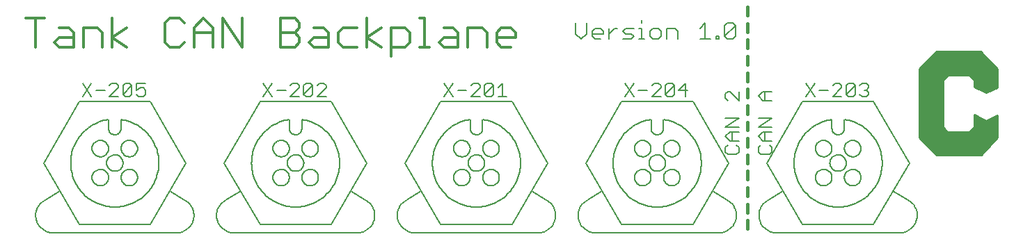
<source format=gto>
G75*
G70*
%OFA0B0*%
%FSLAX24Y24*%
%IPPOS*%
%LPD*%
%AMOC8*
5,1,8,0,0,1.08239X$1,22.5*
%
%ADD10C,0.0060*%
%ADD11C,0.0160*%
%ADD12C,0.0120*%
%ADD13C,0.0070*%
%ADD14C,0.0100*%
%ADD15C,0.0050*%
%ADD16C,0.0079*%
D10*
X029970Y006874D02*
X030397Y007515D01*
X030615Y007194D02*
X031042Y007194D01*
X031259Y007408D02*
X031366Y007515D01*
X031579Y007515D01*
X031686Y007408D01*
X031686Y007301D01*
X031259Y006874D01*
X031686Y006874D01*
X031904Y006981D02*
X032010Y006874D01*
X032224Y006874D01*
X032331Y006981D01*
X032331Y007408D01*
X031904Y006981D01*
X031904Y007408D01*
X032010Y007515D01*
X032224Y007515D01*
X032331Y007408D01*
X032548Y007515D02*
X032548Y007194D01*
X032762Y007301D01*
X032869Y007301D01*
X032975Y007194D01*
X032975Y006981D01*
X032869Y006874D01*
X032655Y006874D01*
X032548Y006981D01*
X032548Y007515D02*
X032975Y007515D01*
X030397Y006874D02*
X029970Y007515D01*
X038632Y007515D02*
X039059Y006874D01*
X038632Y006874D02*
X039059Y007515D01*
X039276Y007194D02*
X039703Y007194D01*
X039921Y007408D02*
X040027Y007515D01*
X040241Y007515D01*
X040348Y007408D01*
X040348Y007301D01*
X039921Y006874D01*
X040348Y006874D01*
X040565Y006981D02*
X040992Y007408D01*
X040992Y006981D01*
X040885Y006874D01*
X040672Y006874D01*
X040565Y006981D01*
X040565Y007408D01*
X040672Y007515D01*
X040885Y007515D01*
X040992Y007408D01*
X041210Y007408D02*
X041316Y007515D01*
X041530Y007515D01*
X041637Y007408D01*
X041637Y007301D01*
X041210Y006874D01*
X041637Y006874D01*
X047293Y006874D02*
X047720Y007515D01*
X047938Y007194D02*
X048365Y007194D01*
X048582Y007408D02*
X048689Y007515D01*
X048902Y007515D01*
X049009Y007408D01*
X049009Y007301D01*
X048582Y006874D01*
X049009Y006874D01*
X049227Y006981D02*
X049333Y006874D01*
X049547Y006874D01*
X049654Y006981D01*
X049654Y007408D01*
X049227Y006981D01*
X049227Y007408D01*
X049333Y007515D01*
X049547Y007515D01*
X049654Y007408D01*
X049871Y007301D02*
X050085Y007515D01*
X050085Y006874D01*
X050298Y006874D02*
X049871Y006874D01*
X047720Y006874D02*
X047293Y007515D01*
X055954Y007515D02*
X056381Y006874D01*
X055954Y006874D02*
X056381Y007515D01*
X056599Y007194D02*
X057026Y007194D01*
X057243Y007408D02*
X057350Y007515D01*
X057564Y007515D01*
X057670Y007408D01*
X057670Y007301D01*
X057243Y006874D01*
X057670Y006874D01*
X057888Y006981D02*
X058315Y007408D01*
X058315Y006981D01*
X058208Y006874D01*
X057995Y006874D01*
X057888Y006981D01*
X057888Y007408D01*
X057995Y007515D01*
X058208Y007515D01*
X058315Y007408D01*
X058533Y007194D02*
X058853Y007515D01*
X058853Y006874D01*
X058960Y007194D02*
X058533Y007194D01*
X060766Y007017D02*
X060766Y006803D01*
X060872Y006696D01*
X060766Y007017D02*
X060872Y007123D01*
X060979Y007123D01*
X061406Y006696D01*
X061406Y007123D01*
X062341Y006910D02*
X062554Y007123D01*
X062981Y007123D01*
X062661Y007123D02*
X062661Y006696D01*
X062554Y006696D02*
X062341Y006910D01*
X062554Y006696D02*
X062981Y006696D01*
X064616Y006874D02*
X065043Y007515D01*
X065260Y007194D02*
X065687Y007194D01*
X065905Y007408D02*
X066012Y007515D01*
X066225Y007515D01*
X066332Y007408D01*
X066332Y007301D01*
X065905Y006874D01*
X066332Y006874D01*
X066549Y006981D02*
X066656Y006874D01*
X066870Y006874D01*
X066976Y006981D01*
X066976Y007408D01*
X066549Y006981D01*
X066549Y007408D01*
X066656Y007515D01*
X066870Y007515D01*
X066976Y007408D01*
X067194Y007408D02*
X067301Y007515D01*
X067514Y007515D01*
X067621Y007408D01*
X067621Y007301D01*
X067514Y007194D01*
X067621Y007088D01*
X067621Y006981D01*
X067514Y006874D01*
X067301Y006874D01*
X067194Y006981D01*
X067407Y007194D02*
X067514Y007194D01*
X065043Y006874D02*
X064616Y007515D01*
X062981Y005834D02*
X062341Y005834D01*
X062341Y005407D02*
X062981Y005834D01*
X062981Y005407D02*
X062341Y005407D01*
X062554Y005190D02*
X062981Y005190D01*
X062661Y005190D02*
X062661Y004763D01*
X062554Y004763D02*
X062341Y004976D01*
X062554Y005190D01*
X062554Y004763D02*
X062981Y004763D01*
X062874Y004545D02*
X062981Y004438D01*
X062981Y004225D01*
X062874Y004118D01*
X062447Y004118D01*
X062341Y004225D01*
X062341Y004438D01*
X062447Y004545D01*
X061406Y004438D02*
X061406Y004225D01*
X061299Y004118D01*
X060872Y004118D01*
X060766Y004225D01*
X060766Y004438D01*
X060872Y004545D01*
X060979Y004763D02*
X060766Y004976D01*
X060979Y005190D01*
X061406Y005190D01*
X061406Y005407D02*
X060766Y005407D01*
X061406Y005834D01*
X060766Y005834D01*
X061086Y005190D02*
X061086Y004763D01*
X060979Y004763D02*
X061406Y004763D01*
X061299Y004545D02*
X061406Y004438D01*
D11*
X061830Y004482D02*
X061830Y004876D01*
X061830Y005269D02*
X061830Y005663D01*
X061830Y006057D02*
X061830Y006450D01*
X061830Y006844D02*
X061830Y007238D01*
X061830Y007631D02*
X061830Y008025D01*
X061830Y008419D02*
X061830Y008813D01*
X061830Y009206D02*
X061830Y009600D01*
X061830Y009994D02*
X061830Y010387D01*
X061830Y010781D02*
X061830Y011175D01*
X061830Y004088D02*
X061830Y003694D01*
X061830Y003301D02*
X061830Y002907D01*
X061830Y002513D02*
X061830Y002120D01*
X061830Y001726D02*
X061830Y001332D01*
X061830Y000939D02*
X061830Y000545D01*
D12*
X027705Y009266D02*
X027705Y010647D01*
X028165Y010647D02*
X027244Y010647D01*
X028856Y010187D02*
X029316Y010187D01*
X029546Y009957D01*
X029546Y009266D01*
X028856Y009266D01*
X028625Y009496D01*
X028856Y009727D01*
X029546Y009727D01*
X030007Y010187D02*
X030697Y010187D01*
X030927Y009957D01*
X030927Y009266D01*
X031388Y009266D02*
X031388Y010647D01*
X032078Y010187D02*
X031388Y009727D01*
X032078Y009266D01*
X030007Y009266D02*
X030007Y010187D01*
X033920Y010417D02*
X033920Y009496D01*
X034150Y009266D01*
X034610Y009266D01*
X034841Y009496D01*
X035301Y009266D02*
X035301Y010187D01*
X035761Y010647D01*
X036222Y010187D01*
X036222Y009266D01*
X036682Y009266D02*
X036682Y010647D01*
X037603Y009266D01*
X037603Y010647D01*
X036222Y009957D02*
X035301Y009957D01*
X034841Y010417D02*
X034610Y010647D01*
X034150Y010647D01*
X033920Y010417D01*
X039444Y010647D02*
X039444Y009266D01*
X040135Y009266D01*
X040365Y009496D01*
X040365Y009727D01*
X040135Y009957D01*
X039444Y009957D01*
X040135Y009957D02*
X040365Y010187D01*
X040365Y010417D01*
X040135Y010647D01*
X039444Y010647D01*
X041056Y010187D02*
X041516Y010187D01*
X041746Y009957D01*
X041746Y009266D01*
X041056Y009266D01*
X040825Y009496D01*
X041056Y009727D01*
X041746Y009727D01*
X042207Y009957D02*
X042207Y009496D01*
X042437Y009266D01*
X043127Y009266D01*
X043588Y009266D02*
X043588Y010647D01*
X043127Y010187D02*
X042437Y010187D01*
X042207Y009957D01*
X043588Y009727D02*
X044278Y010187D01*
X044739Y010187D02*
X045429Y010187D01*
X045659Y009957D01*
X045659Y009496D01*
X045429Y009266D01*
X044739Y009266D01*
X044278Y009266D02*
X043588Y009727D01*
X044739Y010187D02*
X044739Y008806D01*
X046120Y009266D02*
X046580Y009266D01*
X046350Y009266D02*
X046350Y010647D01*
X046120Y010647D01*
X047271Y010187D02*
X047731Y010187D01*
X047961Y009957D01*
X047961Y009266D01*
X047271Y009266D01*
X047041Y009496D01*
X047271Y009727D01*
X047961Y009727D01*
X048422Y010187D02*
X049112Y010187D01*
X049342Y009957D01*
X049342Y009266D01*
X049803Y009496D02*
X049803Y009957D01*
X050033Y010187D01*
X050493Y010187D01*
X050724Y009957D01*
X050724Y009727D01*
X049803Y009727D01*
X049803Y009496D02*
X050033Y009266D01*
X050493Y009266D01*
X048422Y009266D02*
X048422Y010187D01*
D13*
X053597Y010426D02*
X053597Y009899D01*
X053861Y009635D01*
X054124Y009899D01*
X054124Y010426D01*
X054389Y010030D02*
X054521Y010162D01*
X054784Y010162D01*
X054916Y010030D01*
X054916Y009899D01*
X054389Y009899D01*
X054389Y010030D02*
X054389Y009767D01*
X054521Y009635D01*
X054784Y009635D01*
X055181Y009635D02*
X055181Y010162D01*
X055444Y010162D02*
X055576Y010162D01*
X055444Y010162D02*
X055181Y009899D01*
X055841Y010030D02*
X055973Y010162D01*
X056368Y010162D01*
X056633Y010162D02*
X056764Y010162D01*
X056764Y009635D01*
X056633Y009635D02*
X056896Y009635D01*
X057161Y009767D02*
X057292Y009635D01*
X057556Y009635D01*
X057688Y009767D01*
X057688Y010030D01*
X057556Y010162D01*
X057292Y010162D01*
X057161Y010030D01*
X057161Y009767D01*
X056368Y009767D02*
X056236Y009635D01*
X055841Y009635D01*
X055973Y009899D02*
X055841Y010030D01*
X055973Y009899D02*
X056236Y009899D01*
X056368Y009767D01*
X056764Y010426D02*
X056764Y010557D01*
X057952Y010162D02*
X058348Y010162D01*
X058479Y010030D01*
X058479Y009635D01*
X057952Y009635D02*
X057952Y010162D01*
X059536Y010162D02*
X059800Y010426D01*
X059800Y009635D01*
X060063Y009635D02*
X059536Y009635D01*
X060328Y009635D02*
X060328Y009767D01*
X060460Y009767D01*
X060460Y009635D01*
X060328Y009635D01*
X060724Y009767D02*
X061251Y010294D01*
X061251Y009767D01*
X061119Y009635D01*
X060856Y009635D01*
X060724Y009767D01*
X060724Y010294D01*
X060856Y010426D01*
X061119Y010426D01*
X061251Y010294D01*
D14*
X070058Y008222D02*
X070058Y004915D01*
X070885Y004088D01*
X073011Y004088D01*
X073798Y004915D01*
X073798Y005978D01*
X073247Y005702D01*
X072696Y006017D01*
X072696Y005427D01*
X072460Y005191D01*
X071397Y005191D01*
X071200Y005427D01*
X071200Y007671D01*
X071436Y007907D01*
X072460Y007907D01*
X072696Y007671D01*
X072696Y007356D01*
X073247Y007080D01*
X073798Y007317D01*
X073798Y008222D01*
X072972Y009049D01*
X070885Y009049D01*
X070058Y008222D01*
X070068Y008232D02*
X073789Y008232D01*
X073798Y008133D02*
X070058Y008133D01*
X070058Y008035D02*
X073798Y008035D01*
X073798Y007936D02*
X070058Y007936D01*
X070058Y007838D02*
X071367Y007838D01*
X071268Y007739D02*
X070058Y007739D01*
X070058Y007640D02*
X071200Y007640D01*
X071200Y007542D02*
X070058Y007542D01*
X070058Y007443D02*
X071200Y007443D01*
X071200Y007345D02*
X070058Y007345D01*
X070058Y007246D02*
X071200Y007246D01*
X071200Y007148D02*
X070058Y007148D01*
X070058Y007049D02*
X071200Y007049D01*
X071200Y006951D02*
X070058Y006951D01*
X070058Y006852D02*
X071200Y006852D01*
X071200Y006754D02*
X070058Y006754D01*
X070058Y006655D02*
X071200Y006655D01*
X071200Y006556D02*
X070058Y006556D01*
X070058Y006458D02*
X071200Y006458D01*
X071200Y006359D02*
X070058Y006359D01*
X070058Y006261D02*
X071200Y006261D01*
X071200Y006162D02*
X070058Y006162D01*
X070058Y006064D02*
X071200Y006064D01*
X071200Y005965D02*
X070058Y005965D01*
X070058Y005867D02*
X071200Y005867D01*
X071200Y005768D02*
X070058Y005768D01*
X070058Y005670D02*
X071200Y005670D01*
X071200Y005571D02*
X070058Y005571D01*
X070058Y005473D02*
X071200Y005473D01*
X071244Y005374D02*
X070058Y005374D01*
X070058Y005275D02*
X071326Y005275D01*
X072545Y005275D02*
X073798Y005275D01*
X073798Y005177D02*
X070058Y005177D01*
X070058Y005078D02*
X073798Y005078D01*
X073798Y004980D02*
X070058Y004980D01*
X070092Y004881D02*
X073766Y004881D01*
X073672Y004783D02*
X070191Y004783D01*
X070289Y004684D02*
X073579Y004684D01*
X073485Y004586D02*
X070388Y004586D01*
X070486Y004487D02*
X073391Y004487D01*
X073297Y004389D02*
X070585Y004389D01*
X070683Y004290D02*
X073203Y004290D01*
X073109Y004191D02*
X070782Y004191D01*
X070880Y004093D02*
X073016Y004093D01*
X072643Y005374D02*
X073798Y005374D01*
X073798Y005473D02*
X072696Y005473D01*
X072696Y005571D02*
X073798Y005571D01*
X073798Y005670D02*
X072696Y005670D01*
X072696Y005768D02*
X073132Y005768D01*
X072960Y005867D02*
X072696Y005867D01*
X072696Y005965D02*
X072787Y005965D01*
X073379Y005768D02*
X073798Y005768D01*
X073798Y005867D02*
X073576Y005867D01*
X073773Y005965D02*
X073798Y005965D01*
X073405Y007148D02*
X073112Y007148D01*
X072915Y007246D02*
X073635Y007246D01*
X073798Y007345D02*
X072718Y007345D01*
X072696Y007443D02*
X073798Y007443D01*
X073798Y007542D02*
X072696Y007542D01*
X072696Y007640D02*
X073798Y007640D01*
X073798Y007739D02*
X072628Y007739D01*
X072529Y007838D02*
X073798Y007838D01*
X073690Y008330D02*
X070166Y008330D01*
X070265Y008429D02*
X073592Y008429D01*
X073493Y008527D02*
X070364Y008527D01*
X070462Y008626D02*
X073395Y008626D01*
X073296Y008724D02*
X070561Y008724D01*
X070659Y008823D02*
X073197Y008823D01*
X073099Y008922D02*
X070758Y008922D01*
X070856Y009020D02*
X073000Y009020D01*
D15*
X067865Y006647D02*
X069570Y003694D01*
X067865Y000742D01*
X064456Y000742D01*
X062751Y003694D01*
X062747Y003694D02*
X064452Y006647D01*
X064456Y006647D02*
X067865Y006647D01*
X060909Y003694D02*
X059204Y006647D01*
X055794Y006647D01*
X055791Y006647D02*
X054086Y003694D01*
X054090Y003694D02*
X055794Y000742D01*
X059204Y000742D01*
X060909Y003694D01*
X060137Y002356D02*
X060846Y001923D01*
X060846Y001924D02*
X060895Y001895D01*
X060942Y001863D01*
X060987Y001828D01*
X061030Y001791D01*
X061070Y001750D01*
X061107Y001707D01*
X061140Y001661D01*
X061171Y001613D01*
X061199Y001563D01*
X061223Y001512D01*
X061243Y001459D01*
X061260Y001404D01*
X061273Y001349D01*
X061282Y001293D01*
X061287Y001236D01*
X061289Y001179D01*
X061287Y001122D01*
X061280Y001066D01*
X061270Y001010D01*
X061257Y000955D01*
X061239Y000900D01*
X061218Y000848D01*
X061193Y000796D01*
X061165Y000747D01*
X061134Y000699D01*
X061099Y000654D01*
X061062Y000611D01*
X061021Y000571D01*
X060978Y000534D01*
X060933Y000500D01*
X060885Y000469D01*
X060835Y000441D01*
X060784Y000417D01*
X060731Y000396D01*
X060677Y000379D01*
X060622Y000365D01*
X060565Y000356D01*
X060509Y000350D01*
X060452Y000348D01*
X054546Y000348D01*
X054489Y000350D01*
X054433Y000356D01*
X054376Y000365D01*
X054321Y000379D01*
X054267Y000396D01*
X054214Y000417D01*
X054163Y000441D01*
X054113Y000469D01*
X054065Y000500D01*
X054020Y000534D01*
X053977Y000571D01*
X053936Y000611D01*
X053899Y000654D01*
X053864Y000699D01*
X053833Y000747D01*
X053805Y000796D01*
X053780Y000848D01*
X053759Y000900D01*
X053741Y000955D01*
X053728Y001010D01*
X053718Y001066D01*
X053711Y001122D01*
X053709Y001179D01*
X053711Y001236D01*
X053716Y001293D01*
X053725Y001349D01*
X053738Y001404D01*
X053755Y001459D01*
X053775Y001512D01*
X053799Y001563D01*
X053827Y001613D01*
X053858Y001661D01*
X053891Y001707D01*
X053928Y001750D01*
X053968Y001791D01*
X054011Y001828D01*
X054056Y001863D01*
X054103Y001895D01*
X054152Y001924D01*
X054153Y001923D02*
X054861Y002356D01*
X052184Y001923D02*
X051476Y002356D01*
X052185Y001924D02*
X052234Y001895D01*
X052281Y001863D01*
X052326Y001828D01*
X052369Y001791D01*
X052409Y001750D01*
X052446Y001707D01*
X052479Y001661D01*
X052510Y001613D01*
X052538Y001563D01*
X052562Y001512D01*
X052582Y001459D01*
X052599Y001404D01*
X052612Y001349D01*
X052621Y001293D01*
X052626Y001236D01*
X052628Y001179D01*
X052626Y001122D01*
X052619Y001066D01*
X052609Y001010D01*
X052596Y000955D01*
X052578Y000900D01*
X052557Y000848D01*
X052532Y000796D01*
X052504Y000747D01*
X052473Y000699D01*
X052438Y000654D01*
X052401Y000611D01*
X052360Y000571D01*
X052317Y000534D01*
X052272Y000500D01*
X052224Y000469D01*
X052174Y000441D01*
X052123Y000417D01*
X052070Y000396D01*
X052016Y000379D01*
X051961Y000365D01*
X051904Y000356D01*
X051848Y000350D01*
X051791Y000348D01*
X045885Y000348D01*
X047133Y000742D02*
X050543Y000742D01*
X052247Y003694D01*
X050543Y006647D01*
X047133Y006647D01*
X047129Y006647D02*
X045424Y003694D01*
X045428Y003694D02*
X047133Y000742D01*
X045885Y000348D02*
X045828Y000350D01*
X045772Y000356D01*
X045715Y000365D01*
X045660Y000379D01*
X045606Y000396D01*
X045553Y000417D01*
X045502Y000441D01*
X045452Y000469D01*
X045404Y000500D01*
X045359Y000534D01*
X045316Y000571D01*
X045275Y000611D01*
X045238Y000654D01*
X045203Y000699D01*
X045172Y000747D01*
X045144Y000796D01*
X045119Y000848D01*
X045098Y000900D01*
X045080Y000955D01*
X045067Y001010D01*
X045057Y001066D01*
X045050Y001122D01*
X045048Y001179D01*
X045050Y001236D01*
X045055Y001293D01*
X045064Y001349D01*
X045077Y001404D01*
X045094Y001459D01*
X045114Y001512D01*
X045138Y001563D01*
X045166Y001613D01*
X045197Y001661D01*
X045230Y001707D01*
X045267Y001750D01*
X045307Y001791D01*
X045350Y001828D01*
X045395Y001863D01*
X045442Y001895D01*
X045491Y001924D01*
X045491Y001923D02*
X046200Y002356D01*
X043523Y001923D02*
X042814Y002356D01*
X043523Y001924D02*
X043572Y001895D01*
X043619Y001863D01*
X043664Y001828D01*
X043707Y001791D01*
X043747Y001750D01*
X043784Y001707D01*
X043817Y001661D01*
X043848Y001613D01*
X043876Y001563D01*
X043900Y001512D01*
X043920Y001459D01*
X043937Y001404D01*
X043950Y001349D01*
X043959Y001293D01*
X043964Y001236D01*
X043966Y001179D01*
X043964Y001122D01*
X043957Y001066D01*
X043947Y001010D01*
X043934Y000955D01*
X043916Y000900D01*
X043895Y000848D01*
X043870Y000796D01*
X043842Y000747D01*
X043811Y000699D01*
X043776Y000654D01*
X043739Y000611D01*
X043698Y000571D01*
X043655Y000534D01*
X043610Y000500D01*
X043562Y000469D01*
X043512Y000441D01*
X043461Y000417D01*
X043408Y000396D01*
X043354Y000379D01*
X043299Y000365D01*
X043242Y000356D01*
X043186Y000350D01*
X043129Y000348D01*
X037224Y000348D01*
X038472Y000742D02*
X041881Y000742D01*
X043586Y003694D01*
X041881Y006647D01*
X038472Y006647D01*
X038468Y006647D02*
X036763Y003694D01*
X036767Y003694D02*
X038472Y000742D01*
X037224Y000348D02*
X037167Y000350D01*
X037111Y000356D01*
X037054Y000365D01*
X036999Y000379D01*
X036945Y000396D01*
X036892Y000417D01*
X036841Y000441D01*
X036791Y000469D01*
X036743Y000500D01*
X036698Y000534D01*
X036655Y000571D01*
X036614Y000611D01*
X036577Y000654D01*
X036542Y000699D01*
X036511Y000747D01*
X036483Y000796D01*
X036458Y000848D01*
X036437Y000900D01*
X036419Y000955D01*
X036406Y001010D01*
X036396Y001066D01*
X036389Y001122D01*
X036387Y001179D01*
X036389Y001236D01*
X036394Y001293D01*
X036403Y001349D01*
X036416Y001404D01*
X036433Y001459D01*
X036453Y001512D01*
X036477Y001563D01*
X036505Y001613D01*
X036536Y001661D01*
X036569Y001707D01*
X036606Y001750D01*
X036646Y001791D01*
X036689Y001828D01*
X036734Y001863D01*
X036781Y001895D01*
X036830Y001924D01*
X036830Y001923D02*
X037539Y002356D01*
X034861Y001923D02*
X034153Y002356D01*
X034862Y001924D02*
X034911Y001895D01*
X034958Y001863D01*
X035003Y001828D01*
X035046Y001791D01*
X035086Y001750D01*
X035123Y001707D01*
X035156Y001661D01*
X035187Y001613D01*
X035215Y001563D01*
X035239Y001512D01*
X035259Y001459D01*
X035276Y001404D01*
X035289Y001349D01*
X035298Y001293D01*
X035303Y001236D01*
X035305Y001179D01*
X035303Y001122D01*
X035296Y001066D01*
X035286Y001010D01*
X035273Y000955D01*
X035255Y000900D01*
X035234Y000848D01*
X035209Y000796D01*
X035181Y000747D01*
X035150Y000699D01*
X035115Y000654D01*
X035078Y000611D01*
X035037Y000571D01*
X034994Y000534D01*
X034949Y000500D01*
X034901Y000469D01*
X034851Y000441D01*
X034800Y000417D01*
X034747Y000396D01*
X034693Y000379D01*
X034638Y000365D01*
X034581Y000356D01*
X034525Y000350D01*
X034468Y000348D01*
X028562Y000348D01*
X029810Y000742D02*
X033220Y000742D01*
X034924Y003694D01*
X033220Y006647D01*
X029810Y006647D01*
X029806Y006647D02*
X028102Y003694D01*
X028106Y003694D02*
X029810Y000742D01*
X028562Y000348D02*
X028505Y000350D01*
X028449Y000356D01*
X028392Y000365D01*
X028337Y000379D01*
X028283Y000396D01*
X028230Y000417D01*
X028179Y000441D01*
X028129Y000469D01*
X028081Y000500D01*
X028036Y000534D01*
X027993Y000571D01*
X027952Y000611D01*
X027915Y000654D01*
X027880Y000699D01*
X027849Y000747D01*
X027821Y000796D01*
X027796Y000848D01*
X027775Y000900D01*
X027757Y000955D01*
X027744Y001010D01*
X027734Y001066D01*
X027727Y001122D01*
X027725Y001179D01*
X027727Y001236D01*
X027732Y001293D01*
X027741Y001349D01*
X027754Y001404D01*
X027771Y001459D01*
X027791Y001512D01*
X027815Y001563D01*
X027843Y001613D01*
X027874Y001661D01*
X027907Y001707D01*
X027944Y001750D01*
X027984Y001791D01*
X028027Y001828D01*
X028072Y001863D01*
X028119Y001895D01*
X028168Y001924D01*
X028169Y001923D02*
X028877Y002356D01*
X062814Y001923D02*
X063523Y002356D01*
X062814Y001924D02*
X062765Y001895D01*
X062718Y001863D01*
X062673Y001828D01*
X062630Y001791D01*
X062590Y001750D01*
X062553Y001707D01*
X062520Y001661D01*
X062489Y001613D01*
X062461Y001563D01*
X062437Y001512D01*
X062417Y001459D01*
X062400Y001404D01*
X062387Y001349D01*
X062378Y001293D01*
X062373Y001236D01*
X062371Y001179D01*
X062373Y001122D01*
X062380Y001066D01*
X062390Y001010D01*
X062403Y000955D01*
X062421Y000900D01*
X062442Y000848D01*
X062467Y000796D01*
X062495Y000747D01*
X062526Y000699D01*
X062561Y000654D01*
X062598Y000611D01*
X062639Y000571D01*
X062682Y000534D01*
X062727Y000500D01*
X062775Y000469D01*
X062825Y000441D01*
X062876Y000417D01*
X062929Y000396D01*
X062983Y000379D01*
X063038Y000365D01*
X063095Y000356D01*
X063151Y000350D01*
X063208Y000348D01*
X069113Y000348D01*
X069170Y000350D01*
X069226Y000356D01*
X069283Y000365D01*
X069338Y000379D01*
X069392Y000396D01*
X069445Y000417D01*
X069496Y000441D01*
X069546Y000469D01*
X069594Y000500D01*
X069639Y000534D01*
X069682Y000571D01*
X069723Y000611D01*
X069760Y000654D01*
X069795Y000699D01*
X069826Y000747D01*
X069854Y000796D01*
X069879Y000848D01*
X069900Y000900D01*
X069918Y000955D01*
X069931Y001010D01*
X069941Y001066D01*
X069948Y001122D01*
X069950Y001179D01*
X069948Y001236D01*
X069943Y001293D01*
X069934Y001349D01*
X069921Y001404D01*
X069904Y001459D01*
X069884Y001512D01*
X069860Y001563D01*
X069832Y001613D01*
X069801Y001661D01*
X069768Y001707D01*
X069731Y001750D01*
X069691Y001791D01*
X069648Y001828D01*
X069603Y001863D01*
X069556Y001895D01*
X069507Y001924D01*
X069507Y001923D02*
X068798Y002356D01*
D16*
X066463Y002999D02*
X066465Y003038D01*
X066471Y003077D01*
X066481Y003115D01*
X066494Y003152D01*
X066511Y003187D01*
X066531Y003221D01*
X066555Y003252D01*
X066582Y003281D01*
X066611Y003307D01*
X066643Y003330D01*
X066677Y003350D01*
X066713Y003366D01*
X066750Y003378D01*
X066789Y003387D01*
X066828Y003392D01*
X066867Y003393D01*
X066906Y003390D01*
X066945Y003383D01*
X066982Y003372D01*
X067019Y003358D01*
X067054Y003340D01*
X067087Y003319D01*
X067118Y003294D01*
X067146Y003267D01*
X067171Y003237D01*
X067193Y003204D01*
X067212Y003170D01*
X067227Y003134D01*
X067239Y003096D01*
X067247Y003058D01*
X067251Y003019D01*
X067251Y002979D01*
X067247Y002940D01*
X067239Y002902D01*
X067227Y002864D01*
X067212Y002828D01*
X067193Y002794D01*
X067171Y002761D01*
X067146Y002731D01*
X067118Y002704D01*
X067087Y002679D01*
X067054Y002658D01*
X067019Y002640D01*
X066982Y002626D01*
X066945Y002615D01*
X066906Y002608D01*
X066867Y002605D01*
X066828Y002606D01*
X066789Y002611D01*
X066750Y002620D01*
X066713Y002632D01*
X066677Y002648D01*
X066643Y002668D01*
X066611Y002691D01*
X066582Y002717D01*
X066555Y002746D01*
X066531Y002777D01*
X066511Y002811D01*
X066494Y002846D01*
X066481Y002883D01*
X066471Y002921D01*
X066465Y002960D01*
X066463Y002999D01*
X065071Y002999D02*
X065073Y003038D01*
X065079Y003077D01*
X065089Y003115D01*
X065102Y003152D01*
X065119Y003187D01*
X065139Y003221D01*
X065163Y003252D01*
X065190Y003281D01*
X065219Y003307D01*
X065251Y003330D01*
X065285Y003350D01*
X065321Y003366D01*
X065358Y003378D01*
X065397Y003387D01*
X065436Y003392D01*
X065475Y003393D01*
X065514Y003390D01*
X065553Y003383D01*
X065590Y003372D01*
X065627Y003358D01*
X065662Y003340D01*
X065695Y003319D01*
X065726Y003294D01*
X065754Y003267D01*
X065779Y003237D01*
X065801Y003204D01*
X065820Y003170D01*
X065835Y003134D01*
X065847Y003096D01*
X065855Y003058D01*
X065859Y003019D01*
X065859Y002979D01*
X065855Y002940D01*
X065847Y002902D01*
X065835Y002864D01*
X065820Y002828D01*
X065801Y002794D01*
X065779Y002761D01*
X065754Y002731D01*
X065726Y002704D01*
X065695Y002679D01*
X065662Y002658D01*
X065627Y002640D01*
X065590Y002626D01*
X065553Y002615D01*
X065514Y002608D01*
X065475Y002605D01*
X065436Y002606D01*
X065397Y002611D01*
X065358Y002620D01*
X065321Y002632D01*
X065285Y002648D01*
X065251Y002668D01*
X065219Y002691D01*
X065190Y002717D01*
X065163Y002746D01*
X065139Y002777D01*
X065119Y002811D01*
X065102Y002846D01*
X065089Y002883D01*
X065079Y002921D01*
X065073Y002960D01*
X065071Y002999D01*
X065767Y003694D02*
X065769Y003733D01*
X065775Y003772D01*
X065785Y003810D01*
X065798Y003847D01*
X065815Y003882D01*
X065835Y003916D01*
X065859Y003947D01*
X065886Y003976D01*
X065915Y004002D01*
X065947Y004025D01*
X065981Y004045D01*
X066017Y004061D01*
X066054Y004073D01*
X066093Y004082D01*
X066132Y004087D01*
X066171Y004088D01*
X066210Y004085D01*
X066249Y004078D01*
X066286Y004067D01*
X066323Y004053D01*
X066358Y004035D01*
X066391Y004014D01*
X066422Y003989D01*
X066450Y003962D01*
X066475Y003932D01*
X066497Y003899D01*
X066516Y003865D01*
X066531Y003829D01*
X066543Y003791D01*
X066551Y003753D01*
X066555Y003714D01*
X066555Y003674D01*
X066551Y003635D01*
X066543Y003597D01*
X066531Y003559D01*
X066516Y003523D01*
X066497Y003489D01*
X066475Y003456D01*
X066450Y003426D01*
X066422Y003399D01*
X066391Y003374D01*
X066358Y003353D01*
X066323Y003335D01*
X066286Y003321D01*
X066249Y003310D01*
X066210Y003303D01*
X066171Y003300D01*
X066132Y003301D01*
X066093Y003306D01*
X066054Y003315D01*
X066017Y003327D01*
X065981Y003343D01*
X065947Y003363D01*
X065915Y003386D01*
X065886Y003412D01*
X065859Y003441D01*
X065835Y003472D01*
X065815Y003506D01*
X065798Y003541D01*
X065785Y003578D01*
X065775Y003616D01*
X065769Y003655D01*
X065767Y003694D01*
X065846Y005780D02*
X065744Y005762D01*
X065643Y005739D01*
X065544Y005712D01*
X065445Y005679D01*
X065349Y005641D01*
X065254Y005599D01*
X065162Y005553D01*
X065072Y005501D01*
X064985Y005446D01*
X064900Y005386D01*
X064819Y005322D01*
X064741Y005255D01*
X064666Y005183D01*
X064595Y005108D01*
X064527Y005029D01*
X064464Y004948D01*
X064404Y004863D01*
X064349Y004776D01*
X064298Y004685D01*
X064252Y004593D01*
X064210Y004498D01*
X064173Y004402D01*
X064141Y004303D01*
X064113Y004204D01*
X064091Y004103D01*
X064073Y004001D01*
X064061Y003898D01*
X064053Y003795D01*
X064051Y003691D01*
X064054Y003588D01*
X064061Y003485D01*
X064074Y003382D01*
X064092Y003280D01*
X064115Y003179D01*
X064143Y003079D01*
X064175Y002981D01*
X064212Y002885D01*
X064254Y002790D01*
X064301Y002698D01*
X064352Y002608D01*
X064408Y002520D01*
X064467Y002436D01*
X064531Y002354D01*
X064599Y002276D01*
X064670Y002201D01*
X064745Y002130D01*
X064823Y002062D01*
X064905Y001999D01*
X064990Y001939D01*
X065077Y001884D01*
X065167Y001833D01*
X065260Y001786D01*
X065354Y001744D01*
X065451Y001707D01*
X065549Y001675D01*
X065649Y001647D01*
X065750Y001624D01*
X065852Y001607D01*
X065954Y001594D01*
X066058Y001587D01*
X066161Y001584D01*
X066264Y001587D01*
X066368Y001594D01*
X066470Y001607D01*
X066572Y001624D01*
X066673Y001647D01*
X066773Y001675D01*
X066871Y001707D01*
X066968Y001744D01*
X067062Y001786D01*
X067155Y001833D01*
X067245Y001884D01*
X067332Y001939D01*
X067417Y001999D01*
X067499Y002062D01*
X067577Y002130D01*
X067652Y002201D01*
X067723Y002276D01*
X067791Y002354D01*
X067855Y002436D01*
X067914Y002520D01*
X067970Y002608D01*
X068021Y002698D01*
X068068Y002790D01*
X068110Y002885D01*
X068147Y002981D01*
X068179Y003079D01*
X068207Y003179D01*
X068230Y003280D01*
X068248Y003382D01*
X068261Y003485D01*
X068268Y003588D01*
X068271Y003691D01*
X068269Y003795D01*
X068261Y003898D01*
X068249Y004001D01*
X068231Y004103D01*
X068209Y004204D01*
X068181Y004303D01*
X068149Y004402D01*
X068112Y004498D01*
X068070Y004593D01*
X068024Y004685D01*
X067973Y004776D01*
X067918Y004863D01*
X067858Y004948D01*
X067795Y005029D01*
X067727Y005108D01*
X067656Y005183D01*
X067581Y005255D01*
X067503Y005322D01*
X067422Y005386D01*
X067337Y005446D01*
X067250Y005501D01*
X067160Y005553D01*
X067068Y005599D01*
X066973Y005641D01*
X066877Y005679D01*
X066778Y005712D01*
X066679Y005739D01*
X066578Y005762D01*
X066476Y005780D01*
X066456Y005781D02*
X066456Y005348D01*
X066454Y005315D01*
X066449Y005282D01*
X066439Y005251D01*
X066427Y005220D01*
X066411Y005191D01*
X066392Y005164D01*
X066370Y005139D01*
X066345Y005117D01*
X066318Y005098D01*
X066289Y005082D01*
X066258Y005070D01*
X066227Y005060D01*
X066194Y005055D01*
X066161Y005053D01*
X066128Y005055D01*
X066095Y005060D01*
X066064Y005070D01*
X066033Y005082D01*
X066004Y005098D01*
X065977Y005117D01*
X065952Y005139D01*
X065930Y005164D01*
X065911Y005191D01*
X065895Y005220D01*
X065883Y005251D01*
X065873Y005282D01*
X065868Y005315D01*
X065866Y005348D01*
X065865Y005348D02*
X065865Y005781D01*
X065071Y004390D02*
X065073Y004429D01*
X065079Y004468D01*
X065089Y004506D01*
X065102Y004543D01*
X065119Y004578D01*
X065139Y004612D01*
X065163Y004643D01*
X065190Y004672D01*
X065219Y004698D01*
X065251Y004721D01*
X065285Y004741D01*
X065321Y004757D01*
X065358Y004769D01*
X065397Y004778D01*
X065436Y004783D01*
X065475Y004784D01*
X065514Y004781D01*
X065553Y004774D01*
X065590Y004763D01*
X065627Y004749D01*
X065662Y004731D01*
X065695Y004710D01*
X065726Y004685D01*
X065754Y004658D01*
X065779Y004628D01*
X065801Y004595D01*
X065820Y004561D01*
X065835Y004525D01*
X065847Y004487D01*
X065855Y004449D01*
X065859Y004410D01*
X065859Y004370D01*
X065855Y004331D01*
X065847Y004293D01*
X065835Y004255D01*
X065820Y004219D01*
X065801Y004185D01*
X065779Y004152D01*
X065754Y004122D01*
X065726Y004095D01*
X065695Y004070D01*
X065662Y004049D01*
X065627Y004031D01*
X065590Y004017D01*
X065553Y004006D01*
X065514Y003999D01*
X065475Y003996D01*
X065436Y003997D01*
X065397Y004002D01*
X065358Y004011D01*
X065321Y004023D01*
X065285Y004039D01*
X065251Y004059D01*
X065219Y004082D01*
X065190Y004108D01*
X065163Y004137D01*
X065139Y004168D01*
X065119Y004202D01*
X065102Y004237D01*
X065089Y004274D01*
X065079Y004312D01*
X065073Y004351D01*
X065071Y004390D01*
X066463Y004390D02*
X066465Y004429D01*
X066471Y004468D01*
X066481Y004506D01*
X066494Y004543D01*
X066511Y004578D01*
X066531Y004612D01*
X066555Y004643D01*
X066582Y004672D01*
X066611Y004698D01*
X066643Y004721D01*
X066677Y004741D01*
X066713Y004757D01*
X066750Y004769D01*
X066789Y004778D01*
X066828Y004783D01*
X066867Y004784D01*
X066906Y004781D01*
X066945Y004774D01*
X066982Y004763D01*
X067019Y004749D01*
X067054Y004731D01*
X067087Y004710D01*
X067118Y004685D01*
X067146Y004658D01*
X067171Y004628D01*
X067193Y004595D01*
X067212Y004561D01*
X067227Y004525D01*
X067239Y004487D01*
X067247Y004449D01*
X067251Y004410D01*
X067251Y004370D01*
X067247Y004331D01*
X067239Y004293D01*
X067227Y004255D01*
X067212Y004219D01*
X067193Y004185D01*
X067171Y004152D01*
X067146Y004122D01*
X067118Y004095D01*
X067087Y004070D01*
X067054Y004049D01*
X067019Y004031D01*
X066982Y004017D01*
X066945Y004006D01*
X066906Y003999D01*
X066867Y003996D01*
X066828Y003997D01*
X066789Y004002D01*
X066750Y004011D01*
X066713Y004023D01*
X066677Y004039D01*
X066643Y004059D01*
X066611Y004082D01*
X066582Y004108D01*
X066555Y004137D01*
X066531Y004168D01*
X066511Y004202D01*
X066494Y004237D01*
X066481Y004274D01*
X066471Y004312D01*
X066465Y004351D01*
X066463Y004390D01*
X057801Y004390D02*
X057803Y004429D01*
X057809Y004468D01*
X057819Y004506D01*
X057832Y004543D01*
X057849Y004578D01*
X057869Y004612D01*
X057893Y004643D01*
X057920Y004672D01*
X057949Y004698D01*
X057981Y004721D01*
X058015Y004741D01*
X058051Y004757D01*
X058088Y004769D01*
X058127Y004778D01*
X058166Y004783D01*
X058205Y004784D01*
X058244Y004781D01*
X058283Y004774D01*
X058320Y004763D01*
X058357Y004749D01*
X058392Y004731D01*
X058425Y004710D01*
X058456Y004685D01*
X058484Y004658D01*
X058509Y004628D01*
X058531Y004595D01*
X058550Y004561D01*
X058565Y004525D01*
X058577Y004487D01*
X058585Y004449D01*
X058589Y004410D01*
X058589Y004370D01*
X058585Y004331D01*
X058577Y004293D01*
X058565Y004255D01*
X058550Y004219D01*
X058531Y004185D01*
X058509Y004152D01*
X058484Y004122D01*
X058456Y004095D01*
X058425Y004070D01*
X058392Y004049D01*
X058357Y004031D01*
X058320Y004017D01*
X058283Y004006D01*
X058244Y003999D01*
X058205Y003996D01*
X058166Y003997D01*
X058127Y004002D01*
X058088Y004011D01*
X058051Y004023D01*
X058015Y004039D01*
X057981Y004059D01*
X057949Y004082D01*
X057920Y004108D01*
X057893Y004137D01*
X057869Y004168D01*
X057849Y004202D01*
X057832Y004237D01*
X057819Y004274D01*
X057809Y004312D01*
X057803Y004351D01*
X057801Y004390D01*
X057105Y003694D02*
X057107Y003733D01*
X057113Y003772D01*
X057123Y003810D01*
X057136Y003847D01*
X057153Y003882D01*
X057173Y003916D01*
X057197Y003947D01*
X057224Y003976D01*
X057253Y004002D01*
X057285Y004025D01*
X057319Y004045D01*
X057355Y004061D01*
X057392Y004073D01*
X057431Y004082D01*
X057470Y004087D01*
X057509Y004088D01*
X057548Y004085D01*
X057587Y004078D01*
X057624Y004067D01*
X057661Y004053D01*
X057696Y004035D01*
X057729Y004014D01*
X057760Y003989D01*
X057788Y003962D01*
X057813Y003932D01*
X057835Y003899D01*
X057854Y003865D01*
X057869Y003829D01*
X057881Y003791D01*
X057889Y003753D01*
X057893Y003714D01*
X057893Y003674D01*
X057889Y003635D01*
X057881Y003597D01*
X057869Y003559D01*
X057854Y003523D01*
X057835Y003489D01*
X057813Y003456D01*
X057788Y003426D01*
X057760Y003399D01*
X057729Y003374D01*
X057696Y003353D01*
X057661Y003335D01*
X057624Y003321D01*
X057587Y003310D01*
X057548Y003303D01*
X057509Y003300D01*
X057470Y003301D01*
X057431Y003306D01*
X057392Y003315D01*
X057355Y003327D01*
X057319Y003343D01*
X057285Y003363D01*
X057253Y003386D01*
X057224Y003412D01*
X057197Y003441D01*
X057173Y003472D01*
X057153Y003506D01*
X057136Y003541D01*
X057123Y003578D01*
X057113Y003616D01*
X057107Y003655D01*
X057105Y003694D01*
X057184Y005780D02*
X057082Y005762D01*
X056981Y005739D01*
X056882Y005712D01*
X056783Y005679D01*
X056687Y005641D01*
X056592Y005599D01*
X056500Y005553D01*
X056410Y005501D01*
X056323Y005446D01*
X056238Y005386D01*
X056157Y005322D01*
X056079Y005255D01*
X056004Y005183D01*
X055933Y005108D01*
X055865Y005029D01*
X055802Y004948D01*
X055742Y004863D01*
X055687Y004776D01*
X055636Y004685D01*
X055590Y004593D01*
X055548Y004498D01*
X055511Y004402D01*
X055479Y004303D01*
X055451Y004204D01*
X055429Y004103D01*
X055411Y004001D01*
X055399Y003898D01*
X055391Y003795D01*
X055389Y003691D01*
X055392Y003588D01*
X055399Y003485D01*
X055412Y003382D01*
X055430Y003280D01*
X055453Y003179D01*
X055481Y003079D01*
X055513Y002981D01*
X055550Y002885D01*
X055592Y002790D01*
X055639Y002698D01*
X055690Y002608D01*
X055746Y002520D01*
X055805Y002436D01*
X055869Y002354D01*
X055937Y002276D01*
X056008Y002201D01*
X056083Y002130D01*
X056161Y002062D01*
X056243Y001999D01*
X056328Y001939D01*
X056415Y001884D01*
X056505Y001833D01*
X056598Y001786D01*
X056692Y001744D01*
X056789Y001707D01*
X056887Y001675D01*
X056987Y001647D01*
X057088Y001624D01*
X057190Y001607D01*
X057292Y001594D01*
X057396Y001587D01*
X057499Y001584D01*
X057602Y001587D01*
X057706Y001594D01*
X057808Y001607D01*
X057910Y001624D01*
X058011Y001647D01*
X058111Y001675D01*
X058209Y001707D01*
X058306Y001744D01*
X058400Y001786D01*
X058493Y001833D01*
X058583Y001884D01*
X058670Y001939D01*
X058755Y001999D01*
X058837Y002062D01*
X058915Y002130D01*
X058990Y002201D01*
X059061Y002276D01*
X059129Y002354D01*
X059193Y002436D01*
X059252Y002520D01*
X059308Y002608D01*
X059359Y002698D01*
X059406Y002790D01*
X059448Y002885D01*
X059485Y002981D01*
X059517Y003079D01*
X059545Y003179D01*
X059568Y003280D01*
X059586Y003382D01*
X059599Y003485D01*
X059606Y003588D01*
X059609Y003691D01*
X059607Y003795D01*
X059599Y003898D01*
X059587Y004001D01*
X059569Y004103D01*
X059547Y004204D01*
X059519Y004303D01*
X059487Y004402D01*
X059450Y004498D01*
X059408Y004593D01*
X059362Y004685D01*
X059311Y004776D01*
X059256Y004863D01*
X059196Y004948D01*
X059133Y005029D01*
X059065Y005108D01*
X058994Y005183D01*
X058919Y005255D01*
X058841Y005322D01*
X058760Y005386D01*
X058675Y005446D01*
X058588Y005501D01*
X058498Y005553D01*
X058406Y005599D01*
X058311Y005641D01*
X058215Y005679D01*
X058116Y005712D01*
X058017Y005739D01*
X057916Y005762D01*
X057814Y005780D01*
X057794Y005781D02*
X057794Y005348D01*
X057792Y005315D01*
X057787Y005282D01*
X057777Y005251D01*
X057765Y005220D01*
X057749Y005191D01*
X057730Y005164D01*
X057708Y005139D01*
X057683Y005117D01*
X057656Y005098D01*
X057627Y005082D01*
X057596Y005070D01*
X057565Y005060D01*
X057532Y005055D01*
X057499Y005053D01*
X057466Y005055D01*
X057433Y005060D01*
X057402Y005070D01*
X057371Y005082D01*
X057342Y005098D01*
X057315Y005117D01*
X057290Y005139D01*
X057268Y005164D01*
X057249Y005191D01*
X057233Y005220D01*
X057221Y005251D01*
X057211Y005282D01*
X057206Y005315D01*
X057204Y005348D01*
X057204Y005781D01*
X056409Y004390D02*
X056411Y004429D01*
X056417Y004468D01*
X056427Y004506D01*
X056440Y004543D01*
X056457Y004578D01*
X056477Y004612D01*
X056501Y004643D01*
X056528Y004672D01*
X056557Y004698D01*
X056589Y004721D01*
X056623Y004741D01*
X056659Y004757D01*
X056696Y004769D01*
X056735Y004778D01*
X056774Y004783D01*
X056813Y004784D01*
X056852Y004781D01*
X056891Y004774D01*
X056928Y004763D01*
X056965Y004749D01*
X057000Y004731D01*
X057033Y004710D01*
X057064Y004685D01*
X057092Y004658D01*
X057117Y004628D01*
X057139Y004595D01*
X057158Y004561D01*
X057173Y004525D01*
X057185Y004487D01*
X057193Y004449D01*
X057197Y004410D01*
X057197Y004370D01*
X057193Y004331D01*
X057185Y004293D01*
X057173Y004255D01*
X057158Y004219D01*
X057139Y004185D01*
X057117Y004152D01*
X057092Y004122D01*
X057064Y004095D01*
X057033Y004070D01*
X057000Y004049D01*
X056965Y004031D01*
X056928Y004017D01*
X056891Y004006D01*
X056852Y003999D01*
X056813Y003996D01*
X056774Y003997D01*
X056735Y004002D01*
X056696Y004011D01*
X056659Y004023D01*
X056623Y004039D01*
X056589Y004059D01*
X056557Y004082D01*
X056528Y004108D01*
X056501Y004137D01*
X056477Y004168D01*
X056457Y004202D01*
X056440Y004237D01*
X056427Y004274D01*
X056417Y004312D01*
X056411Y004351D01*
X056409Y004390D01*
X056409Y002999D02*
X056411Y003038D01*
X056417Y003077D01*
X056427Y003115D01*
X056440Y003152D01*
X056457Y003187D01*
X056477Y003221D01*
X056501Y003252D01*
X056528Y003281D01*
X056557Y003307D01*
X056589Y003330D01*
X056623Y003350D01*
X056659Y003366D01*
X056696Y003378D01*
X056735Y003387D01*
X056774Y003392D01*
X056813Y003393D01*
X056852Y003390D01*
X056891Y003383D01*
X056928Y003372D01*
X056965Y003358D01*
X057000Y003340D01*
X057033Y003319D01*
X057064Y003294D01*
X057092Y003267D01*
X057117Y003237D01*
X057139Y003204D01*
X057158Y003170D01*
X057173Y003134D01*
X057185Y003096D01*
X057193Y003058D01*
X057197Y003019D01*
X057197Y002979D01*
X057193Y002940D01*
X057185Y002902D01*
X057173Y002864D01*
X057158Y002828D01*
X057139Y002794D01*
X057117Y002761D01*
X057092Y002731D01*
X057064Y002704D01*
X057033Y002679D01*
X057000Y002658D01*
X056965Y002640D01*
X056928Y002626D01*
X056891Y002615D01*
X056852Y002608D01*
X056813Y002605D01*
X056774Y002606D01*
X056735Y002611D01*
X056696Y002620D01*
X056659Y002632D01*
X056623Y002648D01*
X056589Y002668D01*
X056557Y002691D01*
X056528Y002717D01*
X056501Y002746D01*
X056477Y002777D01*
X056457Y002811D01*
X056440Y002846D01*
X056427Y002883D01*
X056417Y002921D01*
X056411Y002960D01*
X056409Y002999D01*
X057801Y002999D02*
X057803Y003038D01*
X057809Y003077D01*
X057819Y003115D01*
X057832Y003152D01*
X057849Y003187D01*
X057869Y003221D01*
X057893Y003252D01*
X057920Y003281D01*
X057949Y003307D01*
X057981Y003330D01*
X058015Y003350D01*
X058051Y003366D01*
X058088Y003378D01*
X058127Y003387D01*
X058166Y003392D01*
X058205Y003393D01*
X058244Y003390D01*
X058283Y003383D01*
X058320Y003372D01*
X058357Y003358D01*
X058392Y003340D01*
X058425Y003319D01*
X058456Y003294D01*
X058484Y003267D01*
X058509Y003237D01*
X058531Y003204D01*
X058550Y003170D01*
X058565Y003134D01*
X058577Y003096D01*
X058585Y003058D01*
X058589Y003019D01*
X058589Y002979D01*
X058585Y002940D01*
X058577Y002902D01*
X058565Y002864D01*
X058550Y002828D01*
X058531Y002794D01*
X058509Y002761D01*
X058484Y002731D01*
X058456Y002704D01*
X058425Y002679D01*
X058392Y002658D01*
X058357Y002640D01*
X058320Y002626D01*
X058283Y002615D01*
X058244Y002608D01*
X058205Y002605D01*
X058166Y002606D01*
X058127Y002611D01*
X058088Y002620D01*
X058051Y002632D01*
X058015Y002648D01*
X057981Y002668D01*
X057949Y002691D01*
X057920Y002717D01*
X057893Y002746D01*
X057869Y002777D01*
X057849Y002811D01*
X057832Y002846D01*
X057819Y002883D01*
X057809Y002921D01*
X057803Y002960D01*
X057801Y002999D01*
X049140Y002999D02*
X049142Y003038D01*
X049148Y003077D01*
X049158Y003115D01*
X049171Y003152D01*
X049188Y003187D01*
X049208Y003221D01*
X049232Y003252D01*
X049259Y003281D01*
X049288Y003307D01*
X049320Y003330D01*
X049354Y003350D01*
X049390Y003366D01*
X049427Y003378D01*
X049466Y003387D01*
X049505Y003392D01*
X049544Y003393D01*
X049583Y003390D01*
X049622Y003383D01*
X049659Y003372D01*
X049696Y003358D01*
X049731Y003340D01*
X049764Y003319D01*
X049795Y003294D01*
X049823Y003267D01*
X049848Y003237D01*
X049870Y003204D01*
X049889Y003170D01*
X049904Y003134D01*
X049916Y003096D01*
X049924Y003058D01*
X049928Y003019D01*
X049928Y002979D01*
X049924Y002940D01*
X049916Y002902D01*
X049904Y002864D01*
X049889Y002828D01*
X049870Y002794D01*
X049848Y002761D01*
X049823Y002731D01*
X049795Y002704D01*
X049764Y002679D01*
X049731Y002658D01*
X049696Y002640D01*
X049659Y002626D01*
X049622Y002615D01*
X049583Y002608D01*
X049544Y002605D01*
X049505Y002606D01*
X049466Y002611D01*
X049427Y002620D01*
X049390Y002632D01*
X049354Y002648D01*
X049320Y002668D01*
X049288Y002691D01*
X049259Y002717D01*
X049232Y002746D01*
X049208Y002777D01*
X049188Y002811D01*
X049171Y002846D01*
X049158Y002883D01*
X049148Y002921D01*
X049142Y002960D01*
X049140Y002999D01*
X047748Y002999D02*
X047750Y003038D01*
X047756Y003077D01*
X047766Y003115D01*
X047779Y003152D01*
X047796Y003187D01*
X047816Y003221D01*
X047840Y003252D01*
X047867Y003281D01*
X047896Y003307D01*
X047928Y003330D01*
X047962Y003350D01*
X047998Y003366D01*
X048035Y003378D01*
X048074Y003387D01*
X048113Y003392D01*
X048152Y003393D01*
X048191Y003390D01*
X048230Y003383D01*
X048267Y003372D01*
X048304Y003358D01*
X048339Y003340D01*
X048372Y003319D01*
X048403Y003294D01*
X048431Y003267D01*
X048456Y003237D01*
X048478Y003204D01*
X048497Y003170D01*
X048512Y003134D01*
X048524Y003096D01*
X048532Y003058D01*
X048536Y003019D01*
X048536Y002979D01*
X048532Y002940D01*
X048524Y002902D01*
X048512Y002864D01*
X048497Y002828D01*
X048478Y002794D01*
X048456Y002761D01*
X048431Y002731D01*
X048403Y002704D01*
X048372Y002679D01*
X048339Y002658D01*
X048304Y002640D01*
X048267Y002626D01*
X048230Y002615D01*
X048191Y002608D01*
X048152Y002605D01*
X048113Y002606D01*
X048074Y002611D01*
X048035Y002620D01*
X047998Y002632D01*
X047962Y002648D01*
X047928Y002668D01*
X047896Y002691D01*
X047867Y002717D01*
X047840Y002746D01*
X047816Y002777D01*
X047796Y002811D01*
X047779Y002846D01*
X047766Y002883D01*
X047756Y002921D01*
X047750Y002960D01*
X047748Y002999D01*
X048444Y003694D02*
X048446Y003733D01*
X048452Y003772D01*
X048462Y003810D01*
X048475Y003847D01*
X048492Y003882D01*
X048512Y003916D01*
X048536Y003947D01*
X048563Y003976D01*
X048592Y004002D01*
X048624Y004025D01*
X048658Y004045D01*
X048694Y004061D01*
X048731Y004073D01*
X048770Y004082D01*
X048809Y004087D01*
X048848Y004088D01*
X048887Y004085D01*
X048926Y004078D01*
X048963Y004067D01*
X049000Y004053D01*
X049035Y004035D01*
X049068Y004014D01*
X049099Y003989D01*
X049127Y003962D01*
X049152Y003932D01*
X049174Y003899D01*
X049193Y003865D01*
X049208Y003829D01*
X049220Y003791D01*
X049228Y003753D01*
X049232Y003714D01*
X049232Y003674D01*
X049228Y003635D01*
X049220Y003597D01*
X049208Y003559D01*
X049193Y003523D01*
X049174Y003489D01*
X049152Y003456D01*
X049127Y003426D01*
X049099Y003399D01*
X049068Y003374D01*
X049035Y003353D01*
X049000Y003335D01*
X048963Y003321D01*
X048926Y003310D01*
X048887Y003303D01*
X048848Y003300D01*
X048809Y003301D01*
X048770Y003306D01*
X048731Y003315D01*
X048694Y003327D01*
X048658Y003343D01*
X048624Y003363D01*
X048592Y003386D01*
X048563Y003412D01*
X048536Y003441D01*
X048512Y003472D01*
X048492Y003506D01*
X048475Y003541D01*
X048462Y003578D01*
X048452Y003616D01*
X048446Y003655D01*
X048444Y003694D01*
X048523Y005780D02*
X048421Y005762D01*
X048320Y005739D01*
X048221Y005712D01*
X048122Y005679D01*
X048026Y005641D01*
X047931Y005599D01*
X047839Y005553D01*
X047749Y005501D01*
X047662Y005446D01*
X047577Y005386D01*
X047496Y005322D01*
X047418Y005255D01*
X047343Y005183D01*
X047272Y005108D01*
X047204Y005029D01*
X047141Y004948D01*
X047081Y004863D01*
X047026Y004776D01*
X046975Y004685D01*
X046929Y004593D01*
X046887Y004498D01*
X046850Y004402D01*
X046818Y004303D01*
X046790Y004204D01*
X046768Y004103D01*
X046750Y004001D01*
X046738Y003898D01*
X046730Y003795D01*
X046728Y003691D01*
X046731Y003588D01*
X046738Y003485D01*
X046751Y003382D01*
X046769Y003280D01*
X046792Y003179D01*
X046820Y003079D01*
X046852Y002981D01*
X046889Y002885D01*
X046931Y002790D01*
X046978Y002698D01*
X047029Y002608D01*
X047085Y002520D01*
X047144Y002436D01*
X047208Y002354D01*
X047276Y002276D01*
X047347Y002201D01*
X047422Y002130D01*
X047500Y002062D01*
X047582Y001999D01*
X047667Y001939D01*
X047754Y001884D01*
X047844Y001833D01*
X047937Y001786D01*
X048031Y001744D01*
X048128Y001707D01*
X048226Y001675D01*
X048326Y001647D01*
X048427Y001624D01*
X048529Y001607D01*
X048631Y001594D01*
X048735Y001587D01*
X048838Y001584D01*
X048941Y001587D01*
X049045Y001594D01*
X049147Y001607D01*
X049249Y001624D01*
X049350Y001647D01*
X049450Y001675D01*
X049548Y001707D01*
X049645Y001744D01*
X049739Y001786D01*
X049832Y001833D01*
X049922Y001884D01*
X050009Y001939D01*
X050094Y001999D01*
X050176Y002062D01*
X050254Y002130D01*
X050329Y002201D01*
X050400Y002276D01*
X050468Y002354D01*
X050532Y002436D01*
X050591Y002520D01*
X050647Y002608D01*
X050698Y002698D01*
X050745Y002790D01*
X050787Y002885D01*
X050824Y002981D01*
X050856Y003079D01*
X050884Y003179D01*
X050907Y003280D01*
X050925Y003382D01*
X050938Y003485D01*
X050945Y003588D01*
X050948Y003691D01*
X050946Y003795D01*
X050938Y003898D01*
X050926Y004001D01*
X050908Y004103D01*
X050886Y004204D01*
X050858Y004303D01*
X050826Y004402D01*
X050789Y004498D01*
X050747Y004593D01*
X050701Y004685D01*
X050650Y004776D01*
X050595Y004863D01*
X050535Y004948D01*
X050472Y005029D01*
X050404Y005108D01*
X050333Y005183D01*
X050258Y005255D01*
X050180Y005322D01*
X050099Y005386D01*
X050014Y005446D01*
X049927Y005501D01*
X049837Y005553D01*
X049745Y005599D01*
X049650Y005641D01*
X049554Y005679D01*
X049455Y005712D01*
X049356Y005739D01*
X049255Y005762D01*
X049153Y005780D01*
X049133Y005781D02*
X049133Y005348D01*
X049131Y005315D01*
X049126Y005282D01*
X049116Y005251D01*
X049104Y005220D01*
X049088Y005191D01*
X049069Y005164D01*
X049047Y005139D01*
X049022Y005117D01*
X048995Y005098D01*
X048966Y005082D01*
X048935Y005070D01*
X048904Y005060D01*
X048871Y005055D01*
X048838Y005053D01*
X048805Y005055D01*
X048772Y005060D01*
X048741Y005070D01*
X048710Y005082D01*
X048681Y005098D01*
X048654Y005117D01*
X048629Y005139D01*
X048607Y005164D01*
X048588Y005191D01*
X048572Y005220D01*
X048560Y005251D01*
X048550Y005282D01*
X048545Y005315D01*
X048543Y005348D01*
X048543Y005781D01*
X047748Y004390D02*
X047750Y004429D01*
X047756Y004468D01*
X047766Y004506D01*
X047779Y004543D01*
X047796Y004578D01*
X047816Y004612D01*
X047840Y004643D01*
X047867Y004672D01*
X047896Y004698D01*
X047928Y004721D01*
X047962Y004741D01*
X047998Y004757D01*
X048035Y004769D01*
X048074Y004778D01*
X048113Y004783D01*
X048152Y004784D01*
X048191Y004781D01*
X048230Y004774D01*
X048267Y004763D01*
X048304Y004749D01*
X048339Y004731D01*
X048372Y004710D01*
X048403Y004685D01*
X048431Y004658D01*
X048456Y004628D01*
X048478Y004595D01*
X048497Y004561D01*
X048512Y004525D01*
X048524Y004487D01*
X048532Y004449D01*
X048536Y004410D01*
X048536Y004370D01*
X048532Y004331D01*
X048524Y004293D01*
X048512Y004255D01*
X048497Y004219D01*
X048478Y004185D01*
X048456Y004152D01*
X048431Y004122D01*
X048403Y004095D01*
X048372Y004070D01*
X048339Y004049D01*
X048304Y004031D01*
X048267Y004017D01*
X048230Y004006D01*
X048191Y003999D01*
X048152Y003996D01*
X048113Y003997D01*
X048074Y004002D01*
X048035Y004011D01*
X047998Y004023D01*
X047962Y004039D01*
X047928Y004059D01*
X047896Y004082D01*
X047867Y004108D01*
X047840Y004137D01*
X047816Y004168D01*
X047796Y004202D01*
X047779Y004237D01*
X047766Y004274D01*
X047756Y004312D01*
X047750Y004351D01*
X047748Y004390D01*
X049140Y004390D02*
X049142Y004429D01*
X049148Y004468D01*
X049158Y004506D01*
X049171Y004543D01*
X049188Y004578D01*
X049208Y004612D01*
X049232Y004643D01*
X049259Y004672D01*
X049288Y004698D01*
X049320Y004721D01*
X049354Y004741D01*
X049390Y004757D01*
X049427Y004769D01*
X049466Y004778D01*
X049505Y004783D01*
X049544Y004784D01*
X049583Y004781D01*
X049622Y004774D01*
X049659Y004763D01*
X049696Y004749D01*
X049731Y004731D01*
X049764Y004710D01*
X049795Y004685D01*
X049823Y004658D01*
X049848Y004628D01*
X049870Y004595D01*
X049889Y004561D01*
X049904Y004525D01*
X049916Y004487D01*
X049924Y004449D01*
X049928Y004410D01*
X049928Y004370D01*
X049924Y004331D01*
X049916Y004293D01*
X049904Y004255D01*
X049889Y004219D01*
X049870Y004185D01*
X049848Y004152D01*
X049823Y004122D01*
X049795Y004095D01*
X049764Y004070D01*
X049731Y004049D01*
X049696Y004031D01*
X049659Y004017D01*
X049622Y004006D01*
X049583Y003999D01*
X049544Y003996D01*
X049505Y003997D01*
X049466Y004002D01*
X049427Y004011D01*
X049390Y004023D01*
X049354Y004039D01*
X049320Y004059D01*
X049288Y004082D01*
X049259Y004108D01*
X049232Y004137D01*
X049208Y004168D01*
X049188Y004202D01*
X049171Y004237D01*
X049158Y004274D01*
X049148Y004312D01*
X049142Y004351D01*
X049140Y004390D01*
X040478Y004390D02*
X040480Y004429D01*
X040486Y004468D01*
X040496Y004506D01*
X040509Y004543D01*
X040526Y004578D01*
X040546Y004612D01*
X040570Y004643D01*
X040597Y004672D01*
X040626Y004698D01*
X040658Y004721D01*
X040692Y004741D01*
X040728Y004757D01*
X040765Y004769D01*
X040804Y004778D01*
X040843Y004783D01*
X040882Y004784D01*
X040921Y004781D01*
X040960Y004774D01*
X040997Y004763D01*
X041034Y004749D01*
X041069Y004731D01*
X041102Y004710D01*
X041133Y004685D01*
X041161Y004658D01*
X041186Y004628D01*
X041208Y004595D01*
X041227Y004561D01*
X041242Y004525D01*
X041254Y004487D01*
X041262Y004449D01*
X041266Y004410D01*
X041266Y004370D01*
X041262Y004331D01*
X041254Y004293D01*
X041242Y004255D01*
X041227Y004219D01*
X041208Y004185D01*
X041186Y004152D01*
X041161Y004122D01*
X041133Y004095D01*
X041102Y004070D01*
X041069Y004049D01*
X041034Y004031D01*
X040997Y004017D01*
X040960Y004006D01*
X040921Y003999D01*
X040882Y003996D01*
X040843Y003997D01*
X040804Y004002D01*
X040765Y004011D01*
X040728Y004023D01*
X040692Y004039D01*
X040658Y004059D01*
X040626Y004082D01*
X040597Y004108D01*
X040570Y004137D01*
X040546Y004168D01*
X040526Y004202D01*
X040509Y004237D01*
X040496Y004274D01*
X040486Y004312D01*
X040480Y004351D01*
X040478Y004390D01*
X039086Y004390D02*
X039088Y004429D01*
X039094Y004468D01*
X039104Y004506D01*
X039117Y004543D01*
X039134Y004578D01*
X039154Y004612D01*
X039178Y004643D01*
X039205Y004672D01*
X039234Y004698D01*
X039266Y004721D01*
X039300Y004741D01*
X039336Y004757D01*
X039373Y004769D01*
X039412Y004778D01*
X039451Y004783D01*
X039490Y004784D01*
X039529Y004781D01*
X039568Y004774D01*
X039605Y004763D01*
X039642Y004749D01*
X039677Y004731D01*
X039710Y004710D01*
X039741Y004685D01*
X039769Y004658D01*
X039794Y004628D01*
X039816Y004595D01*
X039835Y004561D01*
X039850Y004525D01*
X039862Y004487D01*
X039870Y004449D01*
X039874Y004410D01*
X039874Y004370D01*
X039870Y004331D01*
X039862Y004293D01*
X039850Y004255D01*
X039835Y004219D01*
X039816Y004185D01*
X039794Y004152D01*
X039769Y004122D01*
X039741Y004095D01*
X039710Y004070D01*
X039677Y004049D01*
X039642Y004031D01*
X039605Y004017D01*
X039568Y004006D01*
X039529Y003999D01*
X039490Y003996D01*
X039451Y003997D01*
X039412Y004002D01*
X039373Y004011D01*
X039336Y004023D01*
X039300Y004039D01*
X039266Y004059D01*
X039234Y004082D01*
X039205Y004108D01*
X039178Y004137D01*
X039154Y004168D01*
X039134Y004202D01*
X039117Y004237D01*
X039104Y004274D01*
X039094Y004312D01*
X039088Y004351D01*
X039086Y004390D01*
X039782Y003694D02*
X039784Y003733D01*
X039790Y003772D01*
X039800Y003810D01*
X039813Y003847D01*
X039830Y003882D01*
X039850Y003916D01*
X039874Y003947D01*
X039901Y003976D01*
X039930Y004002D01*
X039962Y004025D01*
X039996Y004045D01*
X040032Y004061D01*
X040069Y004073D01*
X040108Y004082D01*
X040147Y004087D01*
X040186Y004088D01*
X040225Y004085D01*
X040264Y004078D01*
X040301Y004067D01*
X040338Y004053D01*
X040373Y004035D01*
X040406Y004014D01*
X040437Y003989D01*
X040465Y003962D01*
X040490Y003932D01*
X040512Y003899D01*
X040531Y003865D01*
X040546Y003829D01*
X040558Y003791D01*
X040566Y003753D01*
X040570Y003714D01*
X040570Y003674D01*
X040566Y003635D01*
X040558Y003597D01*
X040546Y003559D01*
X040531Y003523D01*
X040512Y003489D01*
X040490Y003456D01*
X040465Y003426D01*
X040437Y003399D01*
X040406Y003374D01*
X040373Y003353D01*
X040338Y003335D01*
X040301Y003321D01*
X040264Y003310D01*
X040225Y003303D01*
X040186Y003300D01*
X040147Y003301D01*
X040108Y003306D01*
X040069Y003315D01*
X040032Y003327D01*
X039996Y003343D01*
X039962Y003363D01*
X039930Y003386D01*
X039901Y003412D01*
X039874Y003441D01*
X039850Y003472D01*
X039830Y003506D01*
X039813Y003541D01*
X039800Y003578D01*
X039790Y003616D01*
X039784Y003655D01*
X039782Y003694D01*
X039861Y005780D02*
X039759Y005762D01*
X039658Y005739D01*
X039559Y005712D01*
X039460Y005679D01*
X039364Y005641D01*
X039269Y005599D01*
X039177Y005553D01*
X039087Y005501D01*
X039000Y005446D01*
X038915Y005386D01*
X038834Y005322D01*
X038756Y005255D01*
X038681Y005183D01*
X038610Y005108D01*
X038542Y005029D01*
X038479Y004948D01*
X038419Y004863D01*
X038364Y004776D01*
X038313Y004685D01*
X038267Y004593D01*
X038225Y004498D01*
X038188Y004402D01*
X038156Y004303D01*
X038128Y004204D01*
X038106Y004103D01*
X038088Y004001D01*
X038076Y003898D01*
X038068Y003795D01*
X038066Y003691D01*
X038069Y003588D01*
X038076Y003485D01*
X038089Y003382D01*
X038107Y003280D01*
X038130Y003179D01*
X038158Y003079D01*
X038190Y002981D01*
X038227Y002885D01*
X038269Y002790D01*
X038316Y002698D01*
X038367Y002608D01*
X038423Y002520D01*
X038482Y002436D01*
X038546Y002354D01*
X038614Y002276D01*
X038685Y002201D01*
X038760Y002130D01*
X038838Y002062D01*
X038920Y001999D01*
X039005Y001939D01*
X039092Y001884D01*
X039182Y001833D01*
X039275Y001786D01*
X039369Y001744D01*
X039466Y001707D01*
X039564Y001675D01*
X039664Y001647D01*
X039765Y001624D01*
X039867Y001607D01*
X039969Y001594D01*
X040073Y001587D01*
X040176Y001584D01*
X040279Y001587D01*
X040383Y001594D01*
X040485Y001607D01*
X040587Y001624D01*
X040688Y001647D01*
X040788Y001675D01*
X040886Y001707D01*
X040983Y001744D01*
X041077Y001786D01*
X041170Y001833D01*
X041260Y001884D01*
X041347Y001939D01*
X041432Y001999D01*
X041514Y002062D01*
X041592Y002130D01*
X041667Y002201D01*
X041738Y002276D01*
X041806Y002354D01*
X041870Y002436D01*
X041929Y002520D01*
X041985Y002608D01*
X042036Y002698D01*
X042083Y002790D01*
X042125Y002885D01*
X042162Y002981D01*
X042194Y003079D01*
X042222Y003179D01*
X042245Y003280D01*
X042263Y003382D01*
X042276Y003485D01*
X042283Y003588D01*
X042286Y003691D01*
X042284Y003795D01*
X042276Y003898D01*
X042264Y004001D01*
X042246Y004103D01*
X042224Y004204D01*
X042196Y004303D01*
X042164Y004402D01*
X042127Y004498D01*
X042085Y004593D01*
X042039Y004685D01*
X041988Y004776D01*
X041933Y004863D01*
X041873Y004948D01*
X041810Y005029D01*
X041742Y005108D01*
X041671Y005183D01*
X041596Y005255D01*
X041518Y005322D01*
X041437Y005386D01*
X041352Y005446D01*
X041265Y005501D01*
X041175Y005553D01*
X041083Y005599D01*
X040988Y005641D01*
X040892Y005679D01*
X040793Y005712D01*
X040694Y005739D01*
X040593Y005762D01*
X040491Y005780D01*
X040472Y005781D02*
X040472Y005348D01*
X040471Y005348D02*
X040469Y005315D01*
X040464Y005282D01*
X040454Y005251D01*
X040442Y005220D01*
X040426Y005191D01*
X040407Y005164D01*
X040385Y005139D01*
X040360Y005117D01*
X040333Y005098D01*
X040304Y005082D01*
X040273Y005070D01*
X040242Y005060D01*
X040209Y005055D01*
X040176Y005053D01*
X040143Y005055D01*
X040110Y005060D01*
X040079Y005070D01*
X040048Y005082D01*
X040019Y005098D01*
X039992Y005117D01*
X039967Y005139D01*
X039945Y005164D01*
X039926Y005191D01*
X039910Y005220D01*
X039898Y005251D01*
X039888Y005282D01*
X039883Y005315D01*
X039881Y005348D01*
X039881Y005781D01*
X039086Y002999D02*
X039088Y003038D01*
X039094Y003077D01*
X039104Y003115D01*
X039117Y003152D01*
X039134Y003187D01*
X039154Y003221D01*
X039178Y003252D01*
X039205Y003281D01*
X039234Y003307D01*
X039266Y003330D01*
X039300Y003350D01*
X039336Y003366D01*
X039373Y003378D01*
X039412Y003387D01*
X039451Y003392D01*
X039490Y003393D01*
X039529Y003390D01*
X039568Y003383D01*
X039605Y003372D01*
X039642Y003358D01*
X039677Y003340D01*
X039710Y003319D01*
X039741Y003294D01*
X039769Y003267D01*
X039794Y003237D01*
X039816Y003204D01*
X039835Y003170D01*
X039850Y003134D01*
X039862Y003096D01*
X039870Y003058D01*
X039874Y003019D01*
X039874Y002979D01*
X039870Y002940D01*
X039862Y002902D01*
X039850Y002864D01*
X039835Y002828D01*
X039816Y002794D01*
X039794Y002761D01*
X039769Y002731D01*
X039741Y002704D01*
X039710Y002679D01*
X039677Y002658D01*
X039642Y002640D01*
X039605Y002626D01*
X039568Y002615D01*
X039529Y002608D01*
X039490Y002605D01*
X039451Y002606D01*
X039412Y002611D01*
X039373Y002620D01*
X039336Y002632D01*
X039300Y002648D01*
X039266Y002668D01*
X039234Y002691D01*
X039205Y002717D01*
X039178Y002746D01*
X039154Y002777D01*
X039134Y002811D01*
X039117Y002846D01*
X039104Y002883D01*
X039094Y002921D01*
X039088Y002960D01*
X039086Y002999D01*
X040478Y002999D02*
X040480Y003038D01*
X040486Y003077D01*
X040496Y003115D01*
X040509Y003152D01*
X040526Y003187D01*
X040546Y003221D01*
X040570Y003252D01*
X040597Y003281D01*
X040626Y003307D01*
X040658Y003330D01*
X040692Y003350D01*
X040728Y003366D01*
X040765Y003378D01*
X040804Y003387D01*
X040843Y003392D01*
X040882Y003393D01*
X040921Y003390D01*
X040960Y003383D01*
X040997Y003372D01*
X041034Y003358D01*
X041069Y003340D01*
X041102Y003319D01*
X041133Y003294D01*
X041161Y003267D01*
X041186Y003237D01*
X041208Y003204D01*
X041227Y003170D01*
X041242Y003134D01*
X041254Y003096D01*
X041262Y003058D01*
X041266Y003019D01*
X041266Y002979D01*
X041262Y002940D01*
X041254Y002902D01*
X041242Y002864D01*
X041227Y002828D01*
X041208Y002794D01*
X041186Y002761D01*
X041161Y002731D01*
X041133Y002704D01*
X041102Y002679D01*
X041069Y002658D01*
X041034Y002640D01*
X040997Y002626D01*
X040960Y002615D01*
X040921Y002608D01*
X040882Y002605D01*
X040843Y002606D01*
X040804Y002611D01*
X040765Y002620D01*
X040728Y002632D01*
X040692Y002648D01*
X040658Y002668D01*
X040626Y002691D01*
X040597Y002717D01*
X040570Y002746D01*
X040546Y002777D01*
X040526Y002811D01*
X040509Y002846D01*
X040496Y002883D01*
X040486Y002921D01*
X040480Y002960D01*
X040478Y002999D01*
X031817Y002999D02*
X031819Y003038D01*
X031825Y003077D01*
X031835Y003115D01*
X031848Y003152D01*
X031865Y003187D01*
X031885Y003221D01*
X031909Y003252D01*
X031936Y003281D01*
X031965Y003307D01*
X031997Y003330D01*
X032031Y003350D01*
X032067Y003366D01*
X032104Y003378D01*
X032143Y003387D01*
X032182Y003392D01*
X032221Y003393D01*
X032260Y003390D01*
X032299Y003383D01*
X032336Y003372D01*
X032373Y003358D01*
X032408Y003340D01*
X032441Y003319D01*
X032472Y003294D01*
X032500Y003267D01*
X032525Y003237D01*
X032547Y003204D01*
X032566Y003170D01*
X032581Y003134D01*
X032593Y003096D01*
X032601Y003058D01*
X032605Y003019D01*
X032605Y002979D01*
X032601Y002940D01*
X032593Y002902D01*
X032581Y002864D01*
X032566Y002828D01*
X032547Y002794D01*
X032525Y002761D01*
X032500Y002731D01*
X032472Y002704D01*
X032441Y002679D01*
X032408Y002658D01*
X032373Y002640D01*
X032336Y002626D01*
X032299Y002615D01*
X032260Y002608D01*
X032221Y002605D01*
X032182Y002606D01*
X032143Y002611D01*
X032104Y002620D01*
X032067Y002632D01*
X032031Y002648D01*
X031997Y002668D01*
X031965Y002691D01*
X031936Y002717D01*
X031909Y002746D01*
X031885Y002777D01*
X031865Y002811D01*
X031848Y002846D01*
X031835Y002883D01*
X031825Y002921D01*
X031819Y002960D01*
X031817Y002999D01*
X030425Y002999D02*
X030427Y003038D01*
X030433Y003077D01*
X030443Y003115D01*
X030456Y003152D01*
X030473Y003187D01*
X030493Y003221D01*
X030517Y003252D01*
X030544Y003281D01*
X030573Y003307D01*
X030605Y003330D01*
X030639Y003350D01*
X030675Y003366D01*
X030712Y003378D01*
X030751Y003387D01*
X030790Y003392D01*
X030829Y003393D01*
X030868Y003390D01*
X030907Y003383D01*
X030944Y003372D01*
X030981Y003358D01*
X031016Y003340D01*
X031049Y003319D01*
X031080Y003294D01*
X031108Y003267D01*
X031133Y003237D01*
X031155Y003204D01*
X031174Y003170D01*
X031189Y003134D01*
X031201Y003096D01*
X031209Y003058D01*
X031213Y003019D01*
X031213Y002979D01*
X031209Y002940D01*
X031201Y002902D01*
X031189Y002864D01*
X031174Y002828D01*
X031155Y002794D01*
X031133Y002761D01*
X031108Y002731D01*
X031080Y002704D01*
X031049Y002679D01*
X031016Y002658D01*
X030981Y002640D01*
X030944Y002626D01*
X030907Y002615D01*
X030868Y002608D01*
X030829Y002605D01*
X030790Y002606D01*
X030751Y002611D01*
X030712Y002620D01*
X030675Y002632D01*
X030639Y002648D01*
X030605Y002668D01*
X030573Y002691D01*
X030544Y002717D01*
X030517Y002746D01*
X030493Y002777D01*
X030473Y002811D01*
X030456Y002846D01*
X030443Y002883D01*
X030433Y002921D01*
X030427Y002960D01*
X030425Y002999D01*
X031121Y003694D02*
X031123Y003733D01*
X031129Y003772D01*
X031139Y003810D01*
X031152Y003847D01*
X031169Y003882D01*
X031189Y003916D01*
X031213Y003947D01*
X031240Y003976D01*
X031269Y004002D01*
X031301Y004025D01*
X031335Y004045D01*
X031371Y004061D01*
X031408Y004073D01*
X031447Y004082D01*
X031486Y004087D01*
X031525Y004088D01*
X031564Y004085D01*
X031603Y004078D01*
X031640Y004067D01*
X031677Y004053D01*
X031712Y004035D01*
X031745Y004014D01*
X031776Y003989D01*
X031804Y003962D01*
X031829Y003932D01*
X031851Y003899D01*
X031870Y003865D01*
X031885Y003829D01*
X031897Y003791D01*
X031905Y003753D01*
X031909Y003714D01*
X031909Y003674D01*
X031905Y003635D01*
X031897Y003597D01*
X031885Y003559D01*
X031870Y003523D01*
X031851Y003489D01*
X031829Y003456D01*
X031804Y003426D01*
X031776Y003399D01*
X031745Y003374D01*
X031712Y003353D01*
X031677Y003335D01*
X031640Y003321D01*
X031603Y003310D01*
X031564Y003303D01*
X031525Y003300D01*
X031486Y003301D01*
X031447Y003306D01*
X031408Y003315D01*
X031371Y003327D01*
X031335Y003343D01*
X031301Y003363D01*
X031269Y003386D01*
X031240Y003412D01*
X031213Y003441D01*
X031189Y003472D01*
X031169Y003506D01*
X031152Y003541D01*
X031139Y003578D01*
X031129Y003616D01*
X031123Y003655D01*
X031121Y003694D01*
X031200Y005780D02*
X031098Y005762D01*
X030997Y005739D01*
X030898Y005712D01*
X030799Y005679D01*
X030703Y005641D01*
X030608Y005599D01*
X030516Y005553D01*
X030426Y005501D01*
X030339Y005446D01*
X030254Y005386D01*
X030173Y005322D01*
X030095Y005255D01*
X030020Y005183D01*
X029949Y005108D01*
X029881Y005029D01*
X029818Y004948D01*
X029758Y004863D01*
X029703Y004776D01*
X029652Y004685D01*
X029606Y004593D01*
X029564Y004498D01*
X029527Y004402D01*
X029495Y004303D01*
X029467Y004204D01*
X029445Y004103D01*
X029427Y004001D01*
X029415Y003898D01*
X029407Y003795D01*
X029405Y003691D01*
X029408Y003588D01*
X029415Y003485D01*
X029428Y003382D01*
X029446Y003280D01*
X029469Y003179D01*
X029497Y003079D01*
X029529Y002981D01*
X029566Y002885D01*
X029608Y002790D01*
X029655Y002698D01*
X029706Y002608D01*
X029762Y002520D01*
X029821Y002436D01*
X029885Y002354D01*
X029953Y002276D01*
X030024Y002201D01*
X030099Y002130D01*
X030177Y002062D01*
X030259Y001999D01*
X030344Y001939D01*
X030431Y001884D01*
X030521Y001833D01*
X030614Y001786D01*
X030708Y001744D01*
X030805Y001707D01*
X030903Y001675D01*
X031003Y001647D01*
X031104Y001624D01*
X031206Y001607D01*
X031308Y001594D01*
X031412Y001587D01*
X031515Y001584D01*
X031618Y001587D01*
X031722Y001594D01*
X031824Y001607D01*
X031926Y001624D01*
X032027Y001647D01*
X032127Y001675D01*
X032225Y001707D01*
X032322Y001744D01*
X032416Y001786D01*
X032509Y001833D01*
X032599Y001884D01*
X032686Y001939D01*
X032771Y001999D01*
X032853Y002062D01*
X032931Y002130D01*
X033006Y002201D01*
X033077Y002276D01*
X033145Y002354D01*
X033209Y002436D01*
X033268Y002520D01*
X033324Y002608D01*
X033375Y002698D01*
X033422Y002790D01*
X033464Y002885D01*
X033501Y002981D01*
X033533Y003079D01*
X033561Y003179D01*
X033584Y003280D01*
X033602Y003382D01*
X033615Y003485D01*
X033622Y003588D01*
X033625Y003691D01*
X033623Y003795D01*
X033615Y003898D01*
X033603Y004001D01*
X033585Y004103D01*
X033563Y004204D01*
X033535Y004303D01*
X033503Y004402D01*
X033466Y004498D01*
X033424Y004593D01*
X033378Y004685D01*
X033327Y004776D01*
X033272Y004863D01*
X033212Y004948D01*
X033149Y005029D01*
X033081Y005108D01*
X033010Y005183D01*
X032935Y005255D01*
X032857Y005322D01*
X032776Y005386D01*
X032691Y005446D01*
X032604Y005501D01*
X032514Y005553D01*
X032422Y005599D01*
X032327Y005641D01*
X032231Y005679D01*
X032132Y005712D01*
X032033Y005739D01*
X031932Y005762D01*
X031830Y005780D01*
X031810Y005781D02*
X031810Y005348D01*
X031808Y005315D01*
X031803Y005282D01*
X031793Y005251D01*
X031781Y005220D01*
X031765Y005191D01*
X031746Y005164D01*
X031724Y005139D01*
X031699Y005117D01*
X031672Y005098D01*
X031643Y005082D01*
X031612Y005070D01*
X031581Y005060D01*
X031548Y005055D01*
X031515Y005053D01*
X031482Y005055D01*
X031449Y005060D01*
X031418Y005070D01*
X031387Y005082D01*
X031358Y005098D01*
X031331Y005117D01*
X031306Y005139D01*
X031284Y005164D01*
X031265Y005191D01*
X031249Y005220D01*
X031237Y005251D01*
X031227Y005282D01*
X031222Y005315D01*
X031220Y005348D01*
X031220Y005781D01*
X030425Y004390D02*
X030427Y004429D01*
X030433Y004468D01*
X030443Y004506D01*
X030456Y004543D01*
X030473Y004578D01*
X030493Y004612D01*
X030517Y004643D01*
X030544Y004672D01*
X030573Y004698D01*
X030605Y004721D01*
X030639Y004741D01*
X030675Y004757D01*
X030712Y004769D01*
X030751Y004778D01*
X030790Y004783D01*
X030829Y004784D01*
X030868Y004781D01*
X030907Y004774D01*
X030944Y004763D01*
X030981Y004749D01*
X031016Y004731D01*
X031049Y004710D01*
X031080Y004685D01*
X031108Y004658D01*
X031133Y004628D01*
X031155Y004595D01*
X031174Y004561D01*
X031189Y004525D01*
X031201Y004487D01*
X031209Y004449D01*
X031213Y004410D01*
X031213Y004370D01*
X031209Y004331D01*
X031201Y004293D01*
X031189Y004255D01*
X031174Y004219D01*
X031155Y004185D01*
X031133Y004152D01*
X031108Y004122D01*
X031080Y004095D01*
X031049Y004070D01*
X031016Y004049D01*
X030981Y004031D01*
X030944Y004017D01*
X030907Y004006D01*
X030868Y003999D01*
X030829Y003996D01*
X030790Y003997D01*
X030751Y004002D01*
X030712Y004011D01*
X030675Y004023D01*
X030639Y004039D01*
X030605Y004059D01*
X030573Y004082D01*
X030544Y004108D01*
X030517Y004137D01*
X030493Y004168D01*
X030473Y004202D01*
X030456Y004237D01*
X030443Y004274D01*
X030433Y004312D01*
X030427Y004351D01*
X030425Y004390D01*
X031817Y004390D02*
X031819Y004429D01*
X031825Y004468D01*
X031835Y004506D01*
X031848Y004543D01*
X031865Y004578D01*
X031885Y004612D01*
X031909Y004643D01*
X031936Y004672D01*
X031965Y004698D01*
X031997Y004721D01*
X032031Y004741D01*
X032067Y004757D01*
X032104Y004769D01*
X032143Y004778D01*
X032182Y004783D01*
X032221Y004784D01*
X032260Y004781D01*
X032299Y004774D01*
X032336Y004763D01*
X032373Y004749D01*
X032408Y004731D01*
X032441Y004710D01*
X032472Y004685D01*
X032500Y004658D01*
X032525Y004628D01*
X032547Y004595D01*
X032566Y004561D01*
X032581Y004525D01*
X032593Y004487D01*
X032601Y004449D01*
X032605Y004410D01*
X032605Y004370D01*
X032601Y004331D01*
X032593Y004293D01*
X032581Y004255D01*
X032566Y004219D01*
X032547Y004185D01*
X032525Y004152D01*
X032500Y004122D01*
X032472Y004095D01*
X032441Y004070D01*
X032408Y004049D01*
X032373Y004031D01*
X032336Y004017D01*
X032299Y004006D01*
X032260Y003999D01*
X032221Y003996D01*
X032182Y003997D01*
X032143Y004002D01*
X032104Y004011D01*
X032067Y004023D01*
X032031Y004039D01*
X031997Y004059D01*
X031965Y004082D01*
X031936Y004108D01*
X031909Y004137D01*
X031885Y004168D01*
X031865Y004202D01*
X031848Y004237D01*
X031835Y004274D01*
X031825Y004312D01*
X031819Y004351D01*
X031817Y004390D01*
M02*

</source>
